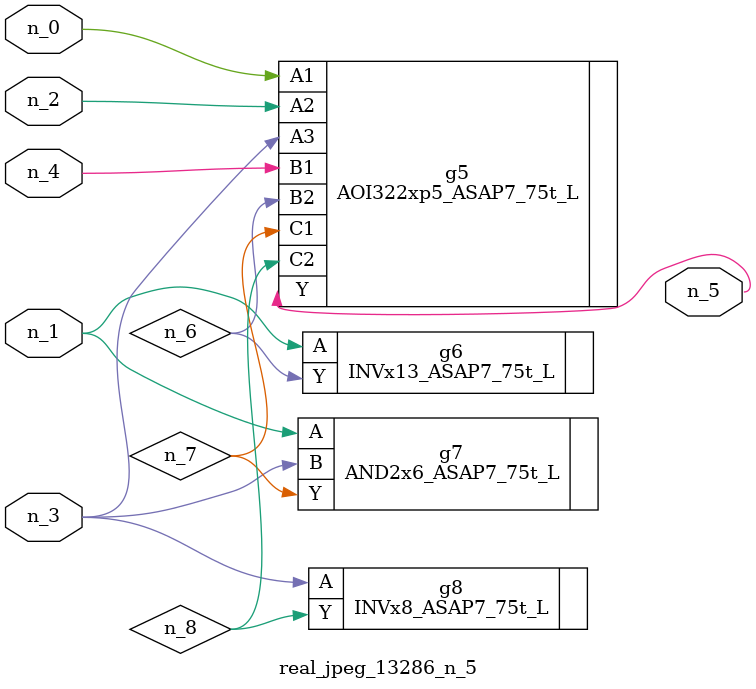
<source format=v>
module real_jpeg_13286_n_5 (n_4, n_0, n_1, n_2, n_3, n_5);

input n_4;
input n_0;
input n_1;
input n_2;
input n_3;

output n_5;

wire n_8;
wire n_6;
wire n_7;

AOI322xp5_ASAP7_75t_L g5 ( 
.A1(n_0),
.A2(n_2),
.A3(n_3),
.B1(n_4),
.B2(n_6),
.C1(n_7),
.C2(n_8),
.Y(n_5)
);

INVx13_ASAP7_75t_L g6 ( 
.A(n_1),
.Y(n_6)
);

AND2x6_ASAP7_75t_L g7 ( 
.A(n_1),
.B(n_3),
.Y(n_7)
);

INVx8_ASAP7_75t_L g8 ( 
.A(n_3),
.Y(n_8)
);


endmodule
</source>
